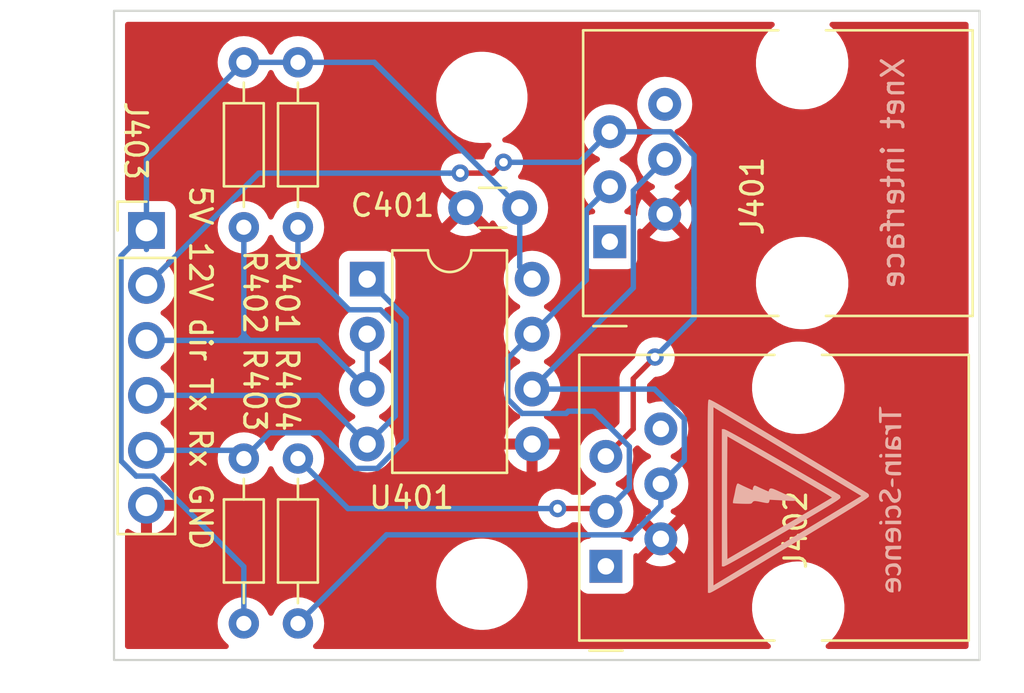
<source format=kicad_pcb>
(kicad_pcb (version 20211014) (generator pcbnew)
  (layers (0 "F.Cu" signal) (31 "B.Cu" signal) (34 "B.Paste" user) (35 "F.Paste" user) (36 "B.SilkS" user "B.Silkscreen") (37 "F.SilkS" user "F.Silkscreen") (38 "B.Mask" user) (39 "F.Mask" user) (44 "Edge.Cuts" user))
  (net 0 "")
  (net 1 "+5V")
  (net 2 "GND")
  (net 4 "/Xnet/B")
  (net 5 "/Xnet/A")
  (net 6 "+12V")
  (net 10 "Tx")
  (net 11 "dir")
  (net 12 "Rx")
  (footprint "Capacitor_THT:C_Disc_D3.0mm_W1.6mm_P2.50mm" (layer "F.Cu") (at 138.75 95.6 180)
    (fp_text reference "C401" (at 5.88 0.1 180) (layer "F.SilkS"))
    (fp_text value "100n")
    (fp_line (start 0.621 0.92) (end 1.879 0.92) (layer "F.SilkS") (width 0.12))
    (fp_line (start 0.621 -0.92) (end 1.879 -0.92) (layer "F.SilkS") (width 0.12))
    (pad "1" thru_hole circle (at 0 0 180) (size 1.6 1.6) (drill 0.8) (layers *.Cu *.Mask) (net 1 "+5V"))
    (pad "2" thru_hole circle (at 2.5 0 180) (size 1.6 1.6) (drill 0.8) (layers *.Cu *.Mask) (net 2 "GND"))
  )
  (footprint "MountingHole:MountingHole_3.2mm_M3" (layer "F.Cu") (at 137 113)
    (fp_text reference "REF**" hide)
    (fp_text value "MountingHole_3.2mm_M3")
    (pad "" np_thru_hole circle (at 0 0) (size 3.2 3.2) (drill 3.2) (layers *.Cu *.Mask))
  )
  (footprint "Resistor_THT:R_Axial_DIN0204_L3.6mm_D1.6mm_P7.62mm_Horizontal" (layer "F.Cu") (at 128.5 96.5 90)
    (fp_text reference "R401" (at -3 -0.5 270 unlocked) (layer "F.SilkS"))
    (fp_text value "10k")
    (fp_line (start 5.73 0.92) (end 5.73 -0.92) (layer "F.SilkS") (width 0.12))
    (fp_line (start 0.94 0) (end 1.89 0) (layer "F.SilkS") (width 0.12))
    (fp_line (start 1.89 -0.92) (end 1.89 0.92) (layer "F.SilkS") (width 0.12))
    (fp_line (start 1.89 0.92) (end 5.73 0.92) (layer "F.SilkS") (width 0.12))
    (fp_line (start 6.68 0) (end 5.73 0) (layer "F.SilkS") (width 0.12))
    (fp_line (start 5.73 -0.92) (end 1.89 -0.92) (layer "F.SilkS") (width 0.12))
    (pad "1" thru_hole circle (at 0 0 90) (size 1.4 1.4) (drill 0.7) (layers *.Cu *.Mask) (net 10 "Tx"))
    (pad "2" thru_hole oval (at 7.62 0 90) (size 1.4 1.4) (drill 0.7) (layers *.Cu *.Mask) (net 1 "+5V"))
  )
  (footprint "Connector_PinHeader_2.54mm:PinHeader_1x06_P2.54mm_Vertical" (layer "F.Cu") (at 121.5 96.65)
    (fp_text reference "J403" (at -0.5 -4.15 270 unlocked) (layer "F.SilkS"))
    (fp_text value "Conn_01x06_Male")
    (fp_line (start -1.33 0) (end -1.33 -1.33) (layer "F.SilkS") (width 0.12))
    (fp_line (start -1.33 1.27) (end -1.33 14.03) (layer "F.SilkS") (width 0.12))
    (fp_line (start -1.33 14.03) (end 1.33 14.03) (layer "F.SilkS") (width 0.12))
    (fp_line (start -1.33 -1.33) (end 0 -1.33) (layer "F.SilkS") (width 0.12))
    (fp_line (start -1.33 1.27) (end 1.33 1.27) (layer "F.SilkS") (width 0.12))
    (fp_line (start 1.33 1.27) (end 1.33 14.03) (layer "F.SilkS") (width 0.12))
    (pad "1" thru_hole rect (at 0 0) (size 1.7 1.7) (drill 1) (layers *.Cu *.Mask) (net 1 "+5V"))
    (pad "2" thru_hole oval (at 0 2.54) (size 1.7 1.7) (drill 1) (layers *.Cu *.Mask) (net 6 "+12V"))
    (pad "3" thru_hole oval (at 0 5.08) (size 1.7 1.7) (drill 1) (layers *.Cu *.Mask) (net 11 "dir"))
    (pad "4" thru_hole oval (at 0 7.62) (size 1.7 1.7) (drill 1) (layers *.Cu *.Mask) (net 10 "Tx"))
    (pad "5" thru_hole oval (at 0 10.16) (size 1.7 1.7) (drill 1) (layers *.Cu *.Mask) (net 12 "Rx"))
    (pad "6" thru_hole oval (at 0 12.7) (size 1.7 1.7) (drill 1) (layers *.Cu *.Mask) (net 2 "GND"))
  )
  (footprint "MountingHole:MountingHole_3.2mm_M3" (layer "F.Cu") (at 137 90.5)
    (fp_text reference "REF**" hide)
    (fp_text value "MountingHole_3.2mm_M3")
    (pad "" np_thru_hole circle (at 0 0) (size 3.2 3.2) (drill 3.2) (layers F&B.Cu *.Mask))
  )
  (footprint "Connector_RJ:RJ12_Amphenol_54601" (layer "F.Cu") (at 142.73 112.17 90)
    (fp_text reference "J402" (at 1.67 8.77 90) (layer "F.SilkS"))
    (fp_text value "RJ12")
    (fp_line (start 9.77 16.65) (end 9.77 16.77) (layer "F.SilkS") (width 0.1))
    (fp_line (start 9.77 16.77) (end 9.77 9.99) (layer "F.SilkS") (width 0.12))
    (fp_line (start 9.77 16.76) (end 9.77 16.77) (layer "F.SilkS") (width 0.1))
    (fp_line (start -3.43 7.79) (end -3.43 -1.23) (layer "F.SilkS") (width 0.12))
    (fp_line (start -3.43 7.72) (end -3.43 7.79) (layer "F.SilkS") (width 0.1))
    (fp_line (start -3.43 -1.23) (end 9.77 -1.23) (layer "F.SilkS") (width 0.12))
    (fp_line (start -3.9 0.77) (end -3.9 -0.76) (layer "F.SilkS") (width 0.12))
    (fp_line (start -3.43 16.77) (end -3.43 9.99) (layer "F.SilkS") (width 0.12))
    (fp_line (start 9.77 -1.23) (end 9.77 7.79) (layer "F.SilkS") (width 0.12))
    (fp_line (start 9.77 16.77) (end -3.43 16.77) (layer "F.SilkS") (width 0.12))
    (pad "" np_thru_hole circle (at 8.25 8.89 90) (size 3.25 3.25) (drill 3.25) (layers *.Cu *.Mask))
    (pad "" np_thru_hole circle (at -1.91 8.89 90) (size 3.25 3.25) (drill 3.25) (layers *.Cu *.Mask))
    (pad "1" thru_hole rect (at 0 0 90) (size 1.52 1.52) (drill 0.76) (layers *.Cu *.Mask))
    (pad "2" thru_hole circle (at 1.27 2.54 90) (size 1.52 1.52) (drill 0.76) (layers *.Cu *.Mask) (net 2 "GND"))
    (pad "3" thru_hole circle (at 2.54 0 90) (size 1.52 1.52) (drill 0.76) (layers *.Cu *.Mask) (net 4 "/Xnet/B"))
    (pad "4" thru_hole circle (at 3.81 2.54 90) (size 1.52 1.52) (drill 0.76) (layers *.Cu *.Mask) (net 5 "/Xnet/A"))
    (pad "5" thru_hole circle (at 5.08 0 90) (size 1.52 1.52) (drill 0.76) (layers *.Cu *.Mask) (net 6 "+12V"))
    (pad "6" thru_hole circle (at 6.35 2.54 90) (size 1.52 1.52) (drill 0.76) (layers *.Cu *.Mask))
  )
  (footprint "Resistor_THT:R_Axial_DIN0204_L3.6mm_D1.6mm_P7.62mm_Horizontal" (layer "F.Cu") (at 126 96.5 90)
    (fp_text reference "R402" (at -3 0.5 270 unlocked) (layer "F.SilkS"))
    (fp_text value "10k")
    (fp_line (start 0.94 0) (end 1.89 0) (layer "F.SilkS") (width 0.12))
    (fp_line (start 5.73 -0.92) (end 1.89 -0.92) (layer "F.SilkS") (width 0.12))
    (fp_line (start 1.89 -0.92) (end 1.89 0.92) (layer "F.SilkS") (width 0.12))
    (fp_line (start 6.68 0) (end 5.73 0) (layer "F.SilkS") (width 0.12))
    (fp_line (start 1.89 0.92) (end 5.73 0.92) (layer "F.SilkS") (width 0.12))
    (fp_line (start 5.73 0.92) (end 5.73 -0.92) (layer "F.SilkS") (width 0.12))
    (pad "1" thru_hole circle (at 0 0 90) (size 1.4 1.4) (drill 0.7) (layers *.Cu *.Mask) (net 11 "dir"))
    (pad "2" thru_hole oval (at 7.62 0 90) (size 1.4 1.4) (drill 0.7) (layers *.Cu *.Mask) (net 1 "+5V"))
  )
  (footprint "Resistor_THT:R_Axial_DIN0204_L3.6mm_D1.6mm_P7.62mm_Horizontal" (layer "F.Cu") (at 126 107.19 -90)
    (fp_text reference "R403" (at -3.19 -0.5 -90 unlocked) (layer "F.SilkS"))
    (fp_text value "10k")
    (fp_line (start 0.94 0) (end 1.89 0) (layer "F.SilkS") (width 0.12))
    (fp_line (start 5.73 0.92) (end 5.73 -0.92) (layer "F.SilkS") (width 0.12))
    (fp_line (start 6.68 0) (end 5.73 0) (layer "F.SilkS") (width 0.12))
    (fp_line (start 5.73 -0.92) (end 1.89 -0.92) (layer "F.SilkS") (width 0.12))
    (fp_line (start 1.89 0.92) (end 5.73 0.92) (layer "F.SilkS") (width 0.12))
    (fp_line (start 1.89 -0.92) (end 1.89 0.92) (layer "F.SilkS") (width 0.12))
    (pad "1" thru_hole circle (at 0 0 270) (size 1.4 1.4) (drill 0.7) (layers *.Cu *.Mask) (net 12 "Rx"))
    (pad "2" thru_hole oval (at 7.62 0 270) (size 1.4 1.4) (drill 0.7) (layers *.Cu *.Mask) (net 1 "+5V"))
  )
  (footprint "Connector_RJ:RJ12_Amphenol_54601" (layer "F.Cu") (at 142.91 97.17 90)
    (fp_text reference "J401" (at 2.11 6.59 90) (layer "F.SilkS"))
    (fp_text value "RJ12")
    (fp_line (start -3.43 7.79) (end -3.43 -1.23) (layer "F.SilkS") (width 0.12))
    (fp_line (start -3.43 7.72) (end -3.43 7.79) (layer "F.SilkS") (width 0.1))
    (fp_line (start -3.43 -1.23) (end 9.77 -1.23) (layer "F.SilkS") (width 0.12))
    (fp_line (start 9.77 -1.23) (end 9.77 7.79) (layer "F.SilkS") (width 0.12))
    (fp_line (start 9.77 16.65) (end 9.77 16.77) (layer "F.SilkS") (width 0.1))
    (fp_line (start 9.77 16.76) (end 9.77 16.77) (layer "F.SilkS") (width 0.1))
    (fp_line (start -3.43 16.77) (end -3.43 9.99) (layer "F.SilkS") (width 0.12))
    (fp_line (start 9.77 16.77) (end -3.43 16.77) (layer "F.SilkS") (width 0.12))
    (fp_line (start -3.9 0.77) (end -3.9 -0.76) (layer "F.SilkS") (width 0.12))
    (fp_line (start 9.77 16.77) (end 9.77 9.99) (layer "F.SilkS") (width 0.12))
    (pad "" np_thru_hole circle (at 8.25 8.89 90) (size 3.25 3.25) (drill 3.25) (layers *.Cu *.Mask))
    (pad "" np_thru_hole circle (at -1.91 8.89 90) (size 3.25 3.25) (drill 3.25) (layers *.Cu *.Mask))
    (pad "1" thru_hole rect (at 0 0 90) (size 1.52 1.52) (drill 0.76) (layers *.Cu *.Mask))
    (pad "2" thru_hole circle (at 1.27 2.54 90) (size 1.52 1.52) (drill 0.76) (layers *.Cu *.Mask) (net 2 "GND"))
    (pad "3" thru_hole circle (at 2.54 0 90) (size 1.52 1.52) (drill 0.76) (layers *.Cu *.Mask) (net 4 "/Xnet/B"))
    (pad "4" thru_hole circle (at 3.81 2.54 90) (size 1.52 1.52) (drill 0.76) (layers *.Cu *.Mask) (net 5 "/Xnet/A"))
    (pad "5" thru_hole circle (at 5.08 0 90) (size 1.52 1.52) (drill 0.76) (layers *.Cu *.Mask) (net 6 "+12V"))
    (pad "6" thru_hole circle (at 6.35 2.54 90) (size 1.52 1.52) (drill 0.76) (layers *.Cu *.Mask))
  )
  (footprint "Resistor_THT:R_Axial_DIN0204_L3.6mm_D1.6mm_P7.62mm_Horizontal" (layer "F.Cu") (at 128.5 114.81 90)
    (fp_text reference "R404" (at 10.81 -0.5 270 unlocked) (layer "F.SilkS"))
    (fp_text value "120R")
    (fp_line (start 0.94 0) (end 1.89 0) (layer "F.SilkS") (width 0.12))
    (fp_line (start 6.68 0) (end 5.73 0) (layer "F.SilkS") (width 0.12))
    (fp_line (start 1.89 -0.92) (end 1.89 0.92) (layer "F.SilkS") (width 0.12))
    (fp_line (start 1.89 0.92) (end 5.73 0.92) (layer "F.SilkS") (width 0.12))
    (fp_line (start 5.73 0.92) (end 5.73 -0.92) (layer "F.SilkS") (width 0.12))
    (fp_line (start 5.73 -0.92) (end 1.89 -0.92) (layer "F.SilkS") (width 0.12))
    (pad "1" thru_hole circle (at 0 0 90) (size 1.4 1.4) (drill 0.7) (layers *.Cu *.Mask) (net 5 "/Xnet/A"))
    (pad "2" thru_hole oval (at 7.62 0 90) (size 1.4 1.4) (drill 0.7) (layers *.Cu *.Mask) (net 4 "/Xnet/B"))
  )
  (footprint "Package_DIP:DIP-8_W7.62mm" (layer "F.Cu") (at 131.7 98.9)
    (fp_text reference "U401" (at 2.05 10.1) (layer "F.SilkS"))
    (fp_text value "MAX485E")
    (fp_line (start 1.16 8.95) (end 6.46 8.95) (layer "F.SilkS") (width 0.12))
    (fp_line (start 2.81 -1.33) (end 1.16 -1.33) (layer "F.SilkS") (width 0.12))
    (fp_line (start 6.46 -1.33) (end 4.81 -1.33) (layer "F.SilkS") (width 0.12))
    (fp_line (start 1.16 -1.33) (end 1.16 8.95) (layer "F.SilkS") (width 0.12))
    (fp_line (start 6.46 8.95) (end 6.46 -1.33) (layer "F.SilkS") (width 0.12))
    (fp_arc (start 4.81 -1.33) (mid 3.81 -0.33) (end 2.81 -1.33) (layer "F.SilkS") (width 0.12))
    (pad "1" thru_hole rect (at 0 0) (size 1.6 1.6) (drill 0.8) (layers *.Cu *.Mask) (net 12 "Rx"))
    (pad "2" thru_hole oval (at 0 2.54) (size 1.6 1.6) (drill 0.8) (layers *.Cu *.Mask) (net 11 "dir"))
    (pad "3" thru_hole oval (at 0 5.08) (size 1.6 1.6) (drill 0.8) (layers *.Cu *.Mask) (net 11 "dir"))
    (pad "4" thru_hole oval (at 0 7.62) (size 1.6 1.6) (drill 0.8) (layers *.Cu *.Mask) (net 10 "Tx"))
    (pad "5" thru_hole oval (at 7.62 7.62) (size 1.6 1.6) (drill 0.8) (layers *.Cu *.Mask) (net 2 "GND"))
    (pad "6" thru_hole oval (at 7.62 5.08) (size 1.6 1.6) (drill 0.8) (layers *.Cu *.Mask) (net 5 "/Xnet/A"))
    (pad "7" thru_hole oval (at 7.62 2.54) (size 1.6 1.6) (drill 0.8) (layers *.Cu *.Mask) (net 4 "/Xnet/B"))
    (pad "8" thru_hole oval (at 7.62 0) (size 1.6 1.6) (drill 0.8) (layers *.Cu *.Mask) (net 1 "+5V"))
  )
  (footprint "kicad_images:Train-Science logo small" (layer "B.Cu") (at 152 109 -90)
    (fp_text reference "G***" hide)
    (fp_text value "LOGO" hide)
    (fp_poly (pts (xy 0.250482 3.398018) (xy 0.258312 3.360431) (xy 0.266207 3.271171) (xy 0.273323 3.142944) (xy 0.278815 2.988455) (xy 0.279494 2.961822) (xy 0.283147 2.79102) (xy 0.28333 2.672993) (xy 0.27842 2.596159) (xy 0.266793 2.548934) (xy 0.246824 2.519735) (xy 0.216889 2.496979) (xy 0.214047 2.495112) (xy 0.177374 2.463714) (xy 0.157846 2.420729) (xy 0.155167 2.353836) (xy 0.169042 2.250716) (xy 0.199173 2.099046) (xy 0.20399 2.076426) (xy 0.234196 1.927607) (xy 0.248081 1.829473) (xy 0.244797 1.770209) (xy 0.223496 1.738003) (xy 0.183328 1.721039) (xy 0.178383 1.719762) (xy 0.093995 1.698582) (xy 0.113104 1.340229) (xy 0.122361 1.168329) (xy 0.13182 0.9955) (xy 0.140114 0.846597) (xy 0.144094 0.776804) (xy 0.147732 0.616402) (xy 0.136399 0.518612) (xy 0.110043 0.48341) (xy 0.068612 0.510774) (xy 0.012053 0.600683) (xy -0.036281 0.70019) (xy -0.094889 0.829583) (xy -0.151819 0.955614) (xy -0.192615 1.046261) (xy -0.235959 1.142058) (xy -0.293724 1.268625) (xy -0.352412 1.396402) (xy -0.410483 1.535855) (xy -0.432862 1.630868) (xy -0.419591 1.690556) (xy -0.370712 1.724039) (xy -0.353957 1.729118) (xy -0.302087 1.746117) (xy -0.289734 1.754248) (xy -0.301976 1.787815) (xy -0.333966 1.863803) (xy -0.378601 1.966115) (xy -0.428778 2.078653) (xy -0.477393 2.185319) (xy -0.517132 2.269582) (xy -0.553917 2.350924) (xy -0.561542 2.396199) (xy -0.540994 2.426228) (xy -0.525165 2.438593) (xy -0.452176 2.472508) (xy -0.412351 2.478834) (xy -0.36338 2.484926) (xy -0.354119 2.492061) (xy -0.366789 2.526986) (xy -0.400137 2.60474) (xy -0.447168 2.710013) (xy -0.500888 2.827498) (xy -0.554304 2.941887) (xy -0.600421 3.037873) (xy -0.630486 3.096942) (xy -0.659596 3.160107) (xy -0.65177 3.193594) (xy -0.620583 3.213855) (xy -0.53333 3.246777) (xy -0.395236 3.27925) (xy -0.273637 3.301207) (xy -0.190498 3.31751) (xy -0.07335 3.34338) (xy 0.027233 3.367139) (xy 0.134416 3.389945) (xy 0.215087 3.40089)) (layer "B.SilkS") (width 0) (fill solid))
    (fp_poly (pts (xy 3.179239 3.830925) (xy 3.169077 3.796052) (xy 3.134748 3.721875) (xy 3.075339 3.60678) (xy 2.989941 3.449155) (xy 2.877641 3.24739) (xy 2.737526 2.999872) (xy 2.568687 2.704989) (xy 2.370211 2.361128) (xy 2.141187 1.966679) (xy 1.880703 1.52003) (xy 1.631778 1.09455) (xy 1.368647 0.645596) (xy 1.135907 0.249143) (xy 0.93161 -0.097982) (xy 0.753807 -0.398953) (xy 0.60055 -0.656942) (xy 0.469891 -0.875124) (xy 0.359881 -1.05667) (xy 0.268572 -1.204755) (xy 0.194014 -1.322552) (xy 0.134261 -1.413233) (xy 0.087362 -1.479973) (xy 0.051371 -1.525943) (xy 0.024337 -1.554318) (xy 0.004314 -1.568271) (xy -0.004969 -1.571019) (xy -0.078828 -1.563333) (xy -0.118283 -1.538827) (xy -0.138767 -1.505458) (xy -0.189191 -1.420294) (xy -0.267262 -1.287274) (xy -0.370688 -1.110339) (xy -0.497173 -0.893428) (xy -0.644426 -0.640482) (xy -0.810153 -0.355441) (xy -0.99206 -0.042244) (xy -1.187855 0.295169) (xy -1.395243 0.652857) (xy -1.611932 1.02688) (xy -1.660439 1.110646) (xy -1.943382 1.600038) (xy -2.194371 2.035755) (xy -2.414343 2.419476) (xy -2.604234 2.752877) (xy -2.764981 3.037634) (xy -2.89752 3.275425) (xy -3.002787 3.467927) (xy -3.081719 3.616816) (xy -3.100264 3.653866) (xy -2.831057 3.653866) (xy -1.427803 1.229825) (xy -1.217976 0.867944) (xy -1.017222 0.522838) (xy -0.827885 0.198474) (xy -0.652308 -0.101185) (xy -0.492836 -0.372174) (xy -0.351814 -0.61053) (xy -0.231586 -0.812287) (xy -0.134496 -0.973481) (xy -0.062889 -1.090149) (xy -0.019109 -1.158326) (xy -0.005551 -1.175218) (xy 0.013203 -1.145197) (xy 0.062076 -1.063637) (xy 0.138687 -0.934577) (xy 0.240658 -0.762061) (xy 0.365609 -0.55013) (xy 0.511161 -0.302826) (xy 0.674935 -0.02419) (xy 0.854552 0.281735) (xy 1.047632 0.610908) (xy 1.251797 0.959287) (xy 1.421346 1.248823) (xy 2.829247 3.653866) (xy 1.414623 3.662249) (xy 1.04211 3.663984) (xy 0.624153 3.665121) (xy 0.179691 3.665659) (xy -0.272337 3.665598) (xy -0.712992 3.664938) (xy -1.123334 3.663678) (xy -1.415529 3.662249) (xy -2.831057 3.653866) (xy -3.100264 3.653866) (xy -3.135253 3.723769) (xy -3.164325 3.790463) (xy -3.17064 3.814829) (xy -3.170976 3.911407) (xy 3.170976 3.911407)) (layer "B.SilkS") (width 0) (fill solid))
    (fp_poly (pts (xy 2.715567 -3.652213) (xy 2.788671 -3.700519) (xy 2.835175 -3.79015) (xy 2.859236 -3.928568) (xy 2.865146 -4.092808) (xy 2.86448 -4.228722) (xy 2.860137 -4.312734) (xy 2.848595 -4.357328) (xy 2.826334 -4.374987) (xy 2.789834 -4.378194) (xy 2.784664 -4.3782) (xy 2.744587 -4.375415) (xy 2.72067 -4.358257) (xy 2.708742 -4.313522) (xy 2.704637 -4.228007) (xy 2.704183 -4.123292) (xy 2.70181 -3.995739) (xy 2.69553 -3.889366) (xy 2.686599 -3.82384) (xy 2.684642 -3.817462) (xy 2.638586 -3.775444) (xy 2.56069 -3.771399) (xy 2.471162 -3.805399) (xy 2.453804 -3.816654) (xy 2.417528 -3.84892) (xy 2.396019 -3.893461) (xy 2.385541 -3.966262) (xy 2.382352 -4.083304) (xy 2.382256 -4.122485) (xy 2.381383 -4.249664) (xy 2.375999 -4.325642) (xy 2.361955 -4.363601) (xy 2.335101 -4.376724) (xy 2.301774 -4.3782) (xy 2.221293 -4.3782) (xy 2.221293 -4.007985) (xy 2.22168 -3.849262) (xy 2.224378 -3.743962) (xy 2.231689 -3.681124) (xy 2.245918 -3.649787) (xy 2.269368 -3.638988) (xy 2.299092 -3.637769) (xy 2.364561 -3.652507) (xy 2.391646 -3.67801) (xy 2.413142 -3.702107) (xy 2.449056 -3.67801) (xy 2.508105 -3.651219) (xy 2.597263 -3.63805) (xy 2.611707 -3.637769)) (layer "B.SilkS") (width 0) (fill solid))
    (fp_poly (pts (xy -1.179743 -3.652213) (xy -1.106639 -3.700519) (xy -1.060135 -3.79015) (xy -1.036075 -3.928568) (xy -1.030165 -4.092808) (xy -1.03083 -4.228722) (xy -1.035174 -4.312734) (xy -1.046716 -4.357328) (xy -1.068976 -4.374987) (xy -1.105476 -4.378194) (xy -1.110646 -4.3782) (xy -1.150723 -4.375415) (xy -1.174641 -4.358257) (xy -1.186568 -4.313522) (xy -1.190674 -4.228007) (xy -1.191128 -4.123292) (xy -1.193501 -3.995739) (xy -1.199781 -3.889366) (xy -1.208712 -3.82384) (xy -1.210669 -3.817462) (xy -1.256725 -3.775444) (xy -1.33462 -3.771399) (xy -1.424149 -3.805399) (xy -1.441506 -3.816654) (xy -1.477783 -3.84892) (xy -1.499291 -3.893461) (xy -1.50977 -3.966262) (xy -1.512958 -4.083304) (xy -1.513054 -4.122485) (xy -1.513927 -4.249664) (xy -1.519311 -4.325642) (xy -1.533355 -4.363601) (xy -1.560209 -4.376724) (xy -1.593536 -4.3782) (xy -1.674018 -4.3782) (xy -1.674018 -4.007985) (xy -1.67363 -3.849262) (xy -1.670933 -3.743962) (xy -1.663621 -3.681124) (xy -1.649392 -3.649787) (xy -1.625943 -3.638988) (xy -1.596219 -3.637769) (xy -1.53075 -3.652507) (xy -1.503665 -3.67801) (xy -1.482168 -3.702107) (xy -1.446255 -3.67801) (xy -1.387205 -3.651219) (xy -1.298048 -3.63805) (xy -1.283604 -3.637769)) (layer "B.SilkS") (width 0) (fill solid))
    (fp_poly (pts (xy -3.669632 -3.34866) (xy -3.559722 -3.351709) (xy -3.492918 -3.358945) (xy -3.458582 -3.372129) (xy -3.446076 -3.393024) (xy -3.444613 -3.412421) (xy -3.454092 -3.452657) (xy -3.493451 -3.471683) (xy -3.579073 -3.476782) (xy -3.58948 -3.476806) (xy -3.734347 -3.476806) (xy -3.734347 -4.3782) (xy -3.89531 -4.3782) (xy -3.89531 -3.480334) (xy -4.047936 -3.470522) (xy -4.148526 -3.457408) (xy -4.198923 -3.431105) (xy -4.21126 -3.404373) (xy -4.210399 -3.380588) (xy -4.190335 -3.364589) (xy -4.140901 -3.354863) (xy -4.051928 -3.349892) (xy -3.91325 -3.348161) (xy -3.833286 -3.348036)) (layer "B.SilkS") (width 0) (fill solid))
    (fp_poly (pts (xy 4.191957 -3.665419) (xy 4.293411 -3.737669) (xy 4.360573 -3.838471) (xy 4.3782 -3.925027) (xy 4.3782 -4.024081) (xy 4.120659 -4.024081) (xy 3.992123 -4.025517) (xy 3.915069 -4.031892) (xy 3.876617 -4.046313) (xy 3.86389 -4.071882) (xy 3.863118 -4.086167) (xy 3.886785 -4.17496) (xy 3.959423 -4.227168) (xy 4.083491 -4.244072) (xy 4.15906 -4.240295) (xy 4.267524 -4.233706) (xy 4.325375 -4.2403) (xy 4.345405 -4.262067) (xy 4.346008 -4.269376) (xy 4.317527 -4.321331) (xy 4.243324 -4.357024) (xy 4.140255 -4.375338) (xy 4.025174 -4.375154) (xy 3.91494 -4.355354) (xy 3.826407 -4.31482) (xy 3.813457 -4.304705) (xy 3.748327 -4.223779) (xy 3.71501 -4.110586) (xy 3.710957 -4.07989) (xy 3.714938 -3.908) (xy 3.730244 -3.869557) (xy 3.863118 -3.869557) (xy 3.892233 -3.883662) (xy 3.967337 -3.893017) (xy 4.040178 -3.895311) (xy 4.137154 -3.891076) (xy 4.201466 -3.880152) (xy 4.217237 -3.869557) (xy 4.188421 -3.814477) (xy 4.114915 -3.776712) (xy 4.040178 -3.76654) (xy 3.945509 -3.783306) (xy 3.880602 -3.826073) (xy 3.863118 -3.869557) (xy 3.730244 -3.869557) (xy 3.767799 -3.775233) (xy 3.866587 -3.685192) (xy 4.008349 -3.641482) (xy 4.073248 -3.637769)) (layer "B.SilkS") (width 0) (fill solid))
    (fp_poly (pts (xy -0.612737 -3.9006) (xy -0.533283 -3.922266) (xy -0.490713 -3.961014) (xy -0.488845 -3.967744) (xy -0.490951 -3.998166) (xy -0.520453 -4.01526) (xy -0.590351 -4.022672) (xy -0.689781 -4.024081) (xy -0.808268 -4.020841) (xy -0.874379 -4.009353) (xy -0.899883 -3.986965) (xy -0.901394 -3.976406) (xy -0.873403 -3.933919) (xy -0.802697 -3.906845) (xy -0.709175 -3.895599)) (layer "B.SilkS") (width 0) (fill solid))
    (fp_poly (pts (xy 3.456146 -3.654371) (xy 3.543105 -3.697368) (xy 3.592791 -3.756548) (xy 3.594178 -3.814197) (xy 3.572895 -3.852981) (xy 3.542199 -3.843557) (xy 3.513841 -3.819211) (xy 3.424501 -3.7745) (xy 3.322943 -3.773442) (xy 3.238538 -3.81626) (xy 3.237661 -3.817129) (xy 3.201357 -3.890078) (xy 3.187495 -3.994878) (xy 3.196074 -4.103032) (xy 3.227095 -4.186043) (xy 3.237661 -4.198841) (xy 3.321639 -4.242246) (xy 3.423161 -4.241772) (xy 3.512857 -4.197642) (xy 3.513841 -4.196759) (xy 3.559116 -4.162129) (xy 3.582547 -4.174932) (xy 3.594178 -4.201773) (xy 3.589623 -4.267108) (xy 3.534669 -4.324764) (xy 3.443265 -4.364981) (xy 3.341993 -4.3782) (xy 3.23693 -4.364144) (xy 3.150524 -4.312169) (xy 3.116435 -4.280323) (xy 3.06227 -4.220957) (xy 3.03476 -4.166703) (xy 3.027277 -4.094215) (xy 3.032787 -3.985733) (xy 3.063239 -3.823108) (xy 3.128926 -3.713042) (xy 3.232557 -3.652527) (xy 3.346264 -3.637769)) (layer "B.SilkS") (width 0) (fill solid))
    (fp_poly (pts (xy 1.223321 -4.3782) (xy 1.062357 -4.3782) (xy 1.062357 -3.637769) (xy 1.223321 -3.637769)) (layer "B.SilkS") (width 0) (fill solid))
    (fp_poly (pts (xy -1.879051 -3.365565) (xy -1.85507 -3.397528) (xy -1.848957 -3.467248) (xy -1.897497 -3.5033) (xy -1.951794 -3.508999) (xy -2.01104 -3.497959) (xy -2.024208 -3.453786) (xy -2.022328 -3.436565) (xy -1.991057 -3.378361) (xy -1.934811 -3.352714)) (layer "B.SilkS") (width 0) (fill solid))
    (fp_poly (pts (xy -2.177236 4.566716) (xy -1.724771 4.566214) (xy -1.217326 4.565463) (xy -0.651718 4.564501) (xy -0.055144 4.563421) (xy 4.394297 4.55526) (xy 4.402412 4.474778) (xy 4.392766 4.444092) (xy 4.360546 4.377472) (xy 4.304831 4.273357) (xy 4.224701 4.130187) (xy 4.119236 3.9464) (xy 3.987517 3.720436) (xy 3.828623 3.450735) (xy 3.641634 3.135735) (xy 3.425631 2.773875) (xy 3.179692 2.363596) (xy 2.902899 1.903335) (xy 2.594331 1.391532) (xy 2.253068 0.826627) (xy 2.210681 0.756527) (xy 1.892208 0.230049) (xy 1.605234 -0.243951) (xy 1.348069 -0.66817) (xy 1.119028 -1.045302) (xy 0.916421 -1.378044) (xy 0.738561 -1.669091) (xy 0.583761 -1.921141) (xy 0.450332 -2.136888) (xy 0.336586 -2.319029) (xy 0.240836 -2.470259) (xy 0.161394 -2.593274) (xy 0.096573 -2.690771) (xy 0.044683 -2.765444) (xy 0.004038 -2.819991) (xy -0.02705 -2.857107) (xy -0.05027 -2.879488) (xy -0.067308 -2.88983) (xy -0.073048 -2.891234) (xy -0.156237 -2.877194) (xy -0.204854 -2.826849) (xy -0.227047 -2.790521) (xy -0.280348 -2.702298) (xy -0.362758 -2.565508) (xy -0.47228 -2.383476) (xy -0.606914 -2.159531) (xy -0.764662 -1.897) (xy -0.943527 -1.599208) (xy -1.141509 -1.269484) (xy -1.356611 -0.911155) (xy -1.586834 -0.527547) (xy -1.830181 -0.121988) (xy -2.084652 0.302196) (xy -2.348249 0.741676) (xy -2.411808 0.847656) (xy -2.72913 1.377004) (xy -3.014693 1.853894) (xy -3.270035 2.280976) (xy -3.496692 2.660897) (xy -3.696204 2.996307) (xy -3.870107 3.289854) (xy -4.01994 3.544188) (xy -4.147239 3.761957) (xy -4.253544 3.94581) (xy -4.340391 4.098397) (xy -4.409319 4.222366) (xy -4.449721 4.297718) (xy -4.178624 4.297718) (xy -0.08088 -2.532058) (xy 0.192957 -2.079549) (xy 0.247331 -1.989669) (xy 0.332405 -1.84901) (xy 0.445566 -1.661887) (xy 0.584205 -1.43262) (xy 0.74571 -1.165527) (xy 0.92747 -0.864926) (xy 1.126875 -0.535135) (xy 1.341313 -0.180472) (xy 1.568173 0.194744) (xy 1.804844 0.586196) (xy 2.048716 0.989564) (xy 2.257763 1.33534) (xy 4.048733 4.297718) (xy 1.992174 4.306003) (xy 1.548356 4.307468) (xy 1.05587 4.308526) (xy 0.530432 4.309176) (xy -0.012241 4.309419) (xy -0.556433 4.309254) (xy -1.086428 4.308682) (xy -1.58651 4.307702) (xy -2.040962 4.306315) (xy -2.121505 4.306003) (xy -4.178624 4.297718) (xy -4.449721 4.297718) (xy -4.461864 4.320365) (xy -4.499566 4.395045) (xy -4.523961 4.449053) (xy -4.536588 4.485039) (xy -4.538984 4.505651) (xy -4.537712 4.509683) (xy -4.531875 4.518362) (xy -4.522005 4.526181) (xy -4.504918 4.533179) (xy -4.47743 4.539392) (xy -4.436357 4.54486) (xy -4.378514 4.549621) (xy -4.300717 4.553712) (xy -4.199782 4.557172) (xy -4.072525 4.560039) (xy -3.915762 4.562352) (xy -3.726308 4.564148) (xy -3.50098 4.565466) (xy -3.236592 4.566343) (xy -2.929962 4.566818) (xy -2.577905 4.56693)) (layer "B.SilkS") (width 0) (fill solid))
    (fp_poly (pts (xy -1.867174 -4.3782) (xy -2.028137 -4.3782) (xy -2.028137 -3.637769) (xy -1.867174 -3.637769)) (layer "B.SilkS") (width 0) (fill solid))
    (fp_poly (pts (xy 0.08045 -3.363771) (xy 0.163476 -3.40824) (xy 0.193154 -3.477335) (xy 0.193156 -3.477939) (xy 0.170182 -3.528914) (xy 0.121334 -3.539789) (xy 0.080482 -3.508999) (xy 0.032611 -3.483439) (xy -0.047363 -3.477888) (xy -0.130866 -3.490818) (xy -0.189325 -3.520703) (xy -0.191874 -3.52355) (xy -0.21804 -3.596183) (xy -0.180966 -3.673245) (xy -0.081544 -3.753443) (xy -0.004028 -3.796699) (xy 0.136108 -3.882305) (xy 0.216714 -3.971193) (xy 0.24249 -4.071135) (xy 0.223825 -4.173564) (xy 0.164082 -4.275535) (xy 0.095495 -4.330471) (xy -0.018443 -4.366535) (xy -0.150995 -4.376193) (xy -0.274362 -4.359597) (xy -0.346956 -4.328086) (xy -0.40363 -4.272052) (xy -0.419312 -4.22251) (xy -0.394108 -4.195068) (xy -0.346071 -4.199064) (xy -0.197064 -4.233359) (xy -0.075009 -4.242002) (xy 0.005829 -4.224264) (xy 0.015788 -4.217493) (xy 0.061853 -4.14537) (xy 0.055341 -4.062595) (xy 0.002818 -3.983964) (xy -0.089151 -3.924271) (xy -0.119083 -3.913566) (xy -0.188092 -3.877866) (xy -0.269912 -3.816568) (xy -0.288095 -3.800264) (xy -0.365715 -3.694707) (xy -0.385703 -3.587357) (xy -0.353625 -3.488715) (xy -0.27505 -3.409279) (xy -0.155545 -3.359551) (xy -0.048289 -3.348036)) (layer "B.SilkS") (width 0) (fill solid))
    (fp_poly (pts (xy 0.784156 -3.654371) (xy 0.871115 -3.697368) (xy 0.920801 -3.756548) (xy 0.922188 -3.814197) (xy 0.900905 -3.852981) (xy 0.870209 -3.843557) (xy 0.841851 -3.819211) (xy 0.752511 -3.7745) (xy 0.650954 -3.773442) (xy 0.566548 -3.81626) (xy 0.565671 -3.817129) (xy 0.529974 -3.888454) (xy 0.515171 -3.998249) (xy 0.515082 -4.007985) (xy 0.527932 -4.119813) (xy 0.562192 -4.195116) (xy 0.565671 -4.198841) (xy 0.649649 -4.242246) (xy 0.751171 -4.241772) (xy 0.840868 -4.197642) (xy 0.841851 -4.196759) (xy 0.887126 -4.162129) (xy 0.910558 -4.174932) (xy 0.922188 -4.201773) (xy 0.917633 -4.267108) (xy 0.862679 -4.324764) (xy 0.771275 -4.364981) (xy 0.670003 -4.3782) (xy 0.56494 -4.364144) (xy 0.478534 -4.312169) (xy 0.444446 -4.280323) (xy 0.39028 -4.220957) (xy 0.36277 -4.166703) (xy 0.355287 -4.094215) (xy 0.360798 -3.985733) (xy 0.391249 -3.823108) (xy 0.456936 -3.713042) (xy 0.560567 -3.652527) (xy 0.674274 -3.637769)) (layer "B.SilkS") (width 0) (fill solid))
    (fp_poly (pts (xy -3.20706 -3.649174) (xy -3.187072 -3.671095) (xy -3.167366 -3.687977) (xy -3.124803 -3.671095) (xy -3.032476 -3.639196) (xy -2.952967 -3.641074) (xy -2.904379 -3.674259) (xy -2.897338 -3.702155) (xy -2.912873 -3.749633) (xy -2.970283 -3.766013) (xy -2.992091 -3.76654) (xy -3.08017 -3.784752) (xy -3.139695 -3.843818) (xy -3.1741 -3.950385) (xy -3.18682 -4.1111) (xy -3.187072 -4.143919) (xy -3.188151 -4.264488) (xy -3.194538 -4.33444) (xy -3.210963 -4.367539) (xy -3.242154 -4.377549) (xy -3.267554 -4.3782) (xy -3.348035 -4.3782) (xy -3.348035 -3.637769) (xy -3.267554 -3.637769)) (layer "B.SilkS") (width 0) (fill solid))
    (fp_poly (pts (xy 1.211443 -3.365565) (xy 1.235424 -3.397528) (xy 1.241537 -3.467248) (xy 1.192998 -3.5033) (xy 1.1387 -3.508999) (xy 1.079454 -3.497959) (xy 1.066286 -3.453786) (xy 1.068167 -3.436565) (xy 1.099438 -3.378361) (xy 1.155683 -3.352714)) (layer "B.SilkS") (width 0) (fill solid))
    (fp_poly (pts (xy -2.40532 -3.645768) (xy -2.326525 -3.67613) (xy -2.275297 -3.738404) (xy -2.245189 -3.842138) (xy -2.22975 -3.996881) (xy -2.226439 -4.069661) (xy -2.215488 -4.366149) (xy -2.45432 -4.371021) (xy -2.611055 -4.367821) (xy -2.715337 -4.349617) (xy -2.763052 -4.326932) (xy -2.817997 -4.253657) (xy -2.8318 -4.157537) (xy -2.826579 -4.141434) (xy -2.663371 -4.141434) (xy -2.661178 -4.198977) (xy -2.617211 -4.235887) (xy -2.541587 -4.248708) (xy -2.462907 -4.236034) (xy -2.420887 -4.210799) (xy -2.387663 -4.147033) (xy -2.382256 -4.110009) (xy -2.391113 -4.070273) (xy -2.429399 -4.05887) (xy -2.5002 -4.066989) (xy -2.611613 -4.096669) (xy -2.663371 -4.141434) (xy -2.826579 -4.141434) (xy -2.80241 -4.066887) (xy -2.783578 -4.04369) (xy -2.714915 -4.000608) (xy -2.611053 -3.960717) (xy -2.500848 -3.933723) (xy -2.438593 -3.927683) (xy -2.39073 -3.905832) (xy -2.389171 -3.848663) (xy -2.411779 -3.801951) (xy -2.44845 -3.775964) (xy -2.522247 -3.768689) (xy -2.620538 -3.77548) (xy -2.726931 -3.782973) (xy -2.782746 -3.776184) (xy -2.800575 -3.753278) (xy -2.80076 -3.74925) (xy -2.770723 -3.693209) (xy -2.685633 -3.655257) (xy -2.553023 -3.638364) (xy -2.518132 -3.637769)) (layer "B.SilkS") (width 0) (fill solid))
    (fp_poly (pts (xy 1.874086 -3.665419) (xy 1.97554 -3.737669) (xy 2.042702 -3.838471) (xy 2.06033 -3.925027) (xy 2.06033 -4.024081) (xy 1.802788 -4.024081) (xy 1.674253 -4.025517) (xy 1.597198 -4.031892) (xy 1.558746 -4.046313) (xy 1.54602 -4.071882) (xy 1.545247 -4.086167) (xy 1.568914 -4.17496) (xy 1.641552 -4.227168) (xy 1.76562 -4.244072) (xy 1.841189 -4.240295) (xy 1.949653 -4.233706) (xy 2.007504 -4.2403) (xy 2.027535 -4.262067) (xy 2.028137 -4.269376) (xy 1.999657 -4.321331) (xy 1.925454 -4.357024) (xy 1.822384 -4.375338) (xy 1.707304 -4.375154) (xy 1.597069 -4.355354) (xy 1.508536 -4.31482) (xy 1.495586 -4.304705) (xy 1.430456 -4.223779) (xy 1.397139 -4.110586) (xy 1.393087 -4.07989) (xy 1.397067 -3.908) (xy 1.412373 -3.869557) (xy 1.545247 -3.869557) (xy 1.574363 -3.883662) (xy 1.649466 -3.893017) (xy 1.722307 -3.895311) (xy 1.819283 -3.891076) (xy 1.883595 -3.880152) (xy 1.899366 -3.869557) (xy 1.87055 -3.814477) (xy 1.797044 -3.776712) (xy 1.722307 -3.76654) (xy 1.627639 -3.783306) (xy 1.562731 -3.826073) (xy 1.545247 -3.869557) (xy 1.412373 -3.869557) (xy 1.449928 -3.775233) (xy 1.548716 -3.685192) (xy 1.690478 -3.641482) (xy 1.755377 -3.637769)) (layer "B.SilkS") (width 0) (fill solid))
  )
  (gr_rect (start 160 116.5) (end 120 86.5) (layer "Edge.Cuts") (width 0.1) (fill none))
  (gr_text "Xnet interface" (at 156 94 90) (layer "B.SilkS") (effects (font (size 1 1)) (justify mirror)))
  (gr_text "5V 12V dir Tx Rx GND" (at 124 103 270) (layer "F.SilkS") (effects (font (size 1 1))))
  (segment (start 126 112.188299) (end 121.811701 108) (width 0.25) (layer "B.Cu") (net 1))
  (segment (start 132.03 88.88) (end 138.75 95.6) (width 0.25) (layer "B.Cu") (net 1))
  (segment (start 121.028299 108) (end 120.325 107.296701) (width 0.25) (layer "B.Cu") (net 1))
  (segment (start 138.75 98.33) (end 139.32 98.9) (width 0.25) (layer "B.Cu") (net 1))
  (segment (start 121.5 97.528299) (end 121.5 96.65) (width 0.25) (layer "B.Cu") (net 1))
  (segment (start 120.325 97.825) (end 121.5 96.65) (width 0.25) (layer "B.Cu") (net 1))
  (segment (start 121.811701 108) (end 121.028299 108) (width 0.25) (layer "B.Cu") (net 1))
  (segment (start 121.5 93.38) (end 126 88.88) (width 0.25) (layer "B.Cu") (net 1))
  (segment (start 120.325 107.296701) (end 120.325 97.825) (width 0.25) (layer "B.Cu") (net 1))
  (segment (start 126 88.88) (end 128.5 88.88) (width 0.25) (layer "B.Cu") (net 1))
  (segment (start 138.75 95.6) (end 138.75 98.33) (width 0.25) (layer "B.Cu") (net 1))
  (segment (start 128.5 88.88) (end 132.03 88.88) (width 0.25) (layer "B.Cu") (net 1))
  (segment (start 121.5 96.65) (end 121.5 93.38) (width 0.25) (layer "B.Cu") (net 1))
  (segment (start 126 114.81) (end 126 112.188299) (width 0.25) (layer "B.Cu") (net 1))
  (segment (start 142.6 109.5) (end 142.73 109.63) (width 0.25) (layer "F.Cu") (net 4))
  (segment (start 140.5 109.5) (end 142.6 109.5) (width 0.25) (layer "F.Cu") (net 4))
  (via (at 140.5 109.5) (size 0.8) (drill 0.4) (layers "F.Cu" "B.Cu") (net 4))
  (segment (start 141.825 98.935) (end 141.825 95.715) (width 0.25) (layer "B.Cu") (net 4))
  (segment (start 130.81 109.5) (end 140.5 109.5) (width 0.25) (layer "B.Cu") (net 4))
  (segment (start 138.195 104.445991) (end 138.854009 105.105) (width 0.25) (layer "B.Cu") (net 4))
  (segment (start 139.32 101.44) (end 141.825 98.935) (width 0.25) (layer "B.Cu") (net 4))
  (segment (start 140.895 105.105) (end 141 105) (width 0.25) (layer "B.Cu") (net 4))
  (segment (start 143.815 108.545) (end 142.73 109.63) (width 0.25) (layer "B.Cu") (net 4))
  (segment (start 139.32 101.44) (end 138.195 102.565) (width 0.25) (layer "B.Cu") (net 4))
  (segment (start 138.854009 105.105) (end 140.895 105.105) (width 0.25) (layer "B.Cu") (net 4))
  (segment (start 141 105) (end 142.174422 105) (width 0.25) (layer "B.Cu") (net 4))
  (segment (start 141.825 95.715) (end 142.91 94.63) (width 0.25) (layer "B.Cu") (net 4))
  (segment (start 142.174422 105) (end 143.815 106.640578) (width 0.25) (layer "B.Cu") (net 4))
  (segment (start 138.195 102.565) (end 138.195 104.445991) (width 0.25) (layer "B.Cu") (net 4))
  (segment (start 143.815 106.640578) (end 143.815 108.545) (width 0.25) (layer "B.Cu") (net 4))
  (segment (start 128.5 107.19) (end 130.81 109.5) (width 0.25) (layer "B.Cu") (net 4))
  (segment (start 144 94.81) (end 144 99.3) (width 0.25) (layer "B.Cu") (net 5))
  (segment (start 145.27 109.365578) (end 143.920578 110.715) (width 0.25) (layer "B.Cu") (net 5))
  (segment (start 143.920578 110.715) (end 132.595 110.715) (width 0.25) (layer "B.Cu") (net 5))
  (segment (start 144.98 103.98) (end 139.32 103.98) (width 0.25) (layer "B.Cu") (net 5))
  (segment (start 145.27 108.36) (end 145.27 109.365578) (width 0.25) (layer "B.Cu") (net 5))
  (segment (start 144 99.3) (end 139.32 103.98) (width 0.25) (layer "B.Cu") (net 5))
  (segment (start 145.45 93.36) (end 144 94.81) (width 0.25) (layer "B.Cu") (net 5))
  (segment (start 146.355 105.355) (end 144.98 103.98) (width 0.25) (layer "B.Cu") (net 5))
  (segment (start 132.595 110.715) (end 128.5 114.81) (width 0.25) (layer "B.Cu") (net 5))
  (segment (start 145.27 108.36) (end 146.355 107.275) (width 0.25) (layer "B.Cu") (net 5))
  (segment (start 146.355 107.275) (end 146.355 105.355) (width 0.25) (layer "B.Cu") (net 5))
  (segment (start 143.995 103.505) (end 145 102.5) (width 0.25) (layer "F.Cu") (net 6))
  (segment (start 136 94) (end 137.5 94) (width 0.25) (layer "F.Cu") (net 6))
  (segment (start 143.995 105.825) (end 143.995 103.505) (width 0.25) (layer "F.Cu") (net 6))
  (segment (start 137.5 94) (end 138 93.5) (width 0.25) (layer "F.Cu") (net 6))
  (segment (start 142.73 107.09) (end 143.995 105.825) (width 0.25) (layer "F.Cu") (net 6))
  (via (at 136 94) (size 0.8) (drill 0.4) (layers "F.Cu" "B.Cu") (net 6))
  (via (at 138 93.5) (size 0.8) (drill 0.4) (layers "F.Cu" "B.Cu") (net 6))
  (via (at 145 102.5) (size 0.8) (drill 0.4) (layers "F.Cu" "B.Cu") (net 6))
  (segment (start 126.69 94) (end 135.5 94) (width 0.25) (layer "B.Cu") (net 6))
  (segment (start 146.805 100.695) (end 146.805 99.305) (width 0.25) (layer "B.Cu") (net 6))
  (segment (start 146.805 93.180578) (end 146.805 99.305) (width 0.25) (layer "B.Cu") (net 6))
  (segment (start 135.5 94) (end 136 94) (width 0.25) (layer "B.Cu") (net 6))
  (segment (start 121.5 99.19) (end 126.69 94) (width 0.25) (layer "B.Cu") (net 6))
  (segment (start 145.714422 92.09) (end 146.805 93.180578) (width 0.25) (layer "B.Cu") (net 6))
  (segment (start 138 93.5) (end 141.5 93.5) (width 0.25) (layer "B.Cu") (net 6))
  (segment (start 142.91 92.09) (end 145.714422 92.09) (width 0.25) (layer "B.Cu") (net 6))
  (segment (start 141.5 93.5) (end 142.91 92.09) (width 0.25) (layer "B.Cu") (net 6))
  (segment (start 145 102.5) (end 146.805 100.695) (width 0.25) (layer "B.Cu") (net 6))
  (segment (start 132.315 100.315) (end 133 101) (width 0.25) (layer "B.Cu") (net 10))
  (segment (start 128.5 97.95) (end 130.865 100.315) (width 0.25) (layer "B.Cu") (net 10))
  (segment (start 133 101) (end 133 105.22) (width 0.25) (layer "B.Cu") (net 10))
  (segment (start 130.865 100.315) (end 132.315 100.315) (width 0.25) (layer "B.Cu") (net 10))
  (segment (start 121.5 104.27) (end 129.45 104.27) (width 0.25) (layer "B.Cu") (net 10))
  (segment (start 133 105.22) (end 131.7 106.52) (width 0.25) (layer "B.Cu") (net 10))
  (segment (start 129.45 104.27) (end 131.7 106.52) (width 0.25) (layer "B.Cu") (net 10))
  (segment (start 128.5 96.5) (end 128.5 97.95) (width 0.25) (layer "B.Cu") (net 10))
  (segment (start 126 96.5) (end 126 101.46) (width 0.25) (layer "B.Cu") (net 11))
  (segment (start 131.7 101.44) (end 131.7 103.98) (width 0.25) (layer "B.Cu") (net 11))
  (segment (start 129.45 101.73) (end 131.7 103.98) (width 0.25) (layer "B.Cu") (net 11))
  (segment (start 126 101.46) (end 126.27 101.73) (width 0.25) (layer "B.Cu") (net 11))
  (segment (start 126 101.46) (end 126 101.5) (width 0.25) (layer "B.Cu") (net 11))
  (segment (start 121.5 101.73) (end 125.77 101.73) (width 0.25) (layer "B.Cu") (net 11))
  (segment (start 126.27 101.73) (end 129.45 101.73) (width 0.25) (layer "B.Cu") (net 11))
  (segment (start 125.77 101.73) (end 126.27 101.73) (width 0.25) (layer "B.Cu") (net 11))
  (segment (start 126 101.5) (end 125.77 101.73) (width 0.25) (layer "B.Cu") (net 11))
  (segment (start 121.5 106.81) (end 125.62 106.81) (width 0.25) (layer "B.Cu") (net 12))
  (segment (start 131.7 98.9) (end 133.5 100.7) (width 0.25) (layer "B.Cu") (net 12))
  (segment (start 131.145 107.645) (end 129.5 106) (width 0.25) (layer "B.Cu") (net 12))
  (segment (start 129.5 106) (end 127.19 106) (width 0.25) (layer "B.Cu") (net 12))
  (segment (start 132.165991 107.645) (end 131.145 107.645) (width 0.25) (layer "B.Cu") (net 12))
  (segment (start 133.5 106.310991) (end 132.165991 107.645) (width 0.25) (layer "B.Cu") (net 12))
  (segment (start 125.62 106.81) (end 126 107.19) (width 0.25) (layer "B.Cu") (net 12))
  (segment (start 133.5 100.7) (end 133.5 106.310991) (width 0.25) (layer "B.Cu") (net 12))
  (segment (start 127.19 106) (end 126 107.19) (width 0.25) (layer "B.Cu") (net 12))
  (zone (net 2) (net_name "GND") (layer "F.Cu") (connect_pads (clearance 0.508)) (min_thickness 0.254) (fill yes (thermal_gap 0.508) (thermal_bridge_width 0.508))
    (polygon (pts (xy 160.5 117) (xy 119 117) (xy 119 86) (xy 160.5 86)))
  )
)
</source>
